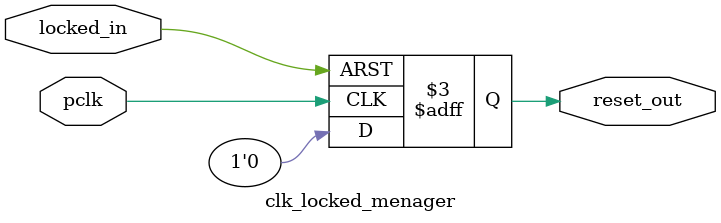
<source format=v>
`timescale 1 ns / 1 ps

module clk_locked_menager (
    input wire locked_in,
    input wire pclk,
    output reg reset_out
  );
  
  always@(negedge pclk or negedge locked_in) begin
    if(locked_in==0) 
        reset_out <= 1;
    else
        reset_out <= 0;
  end
  
endmodule

</source>
